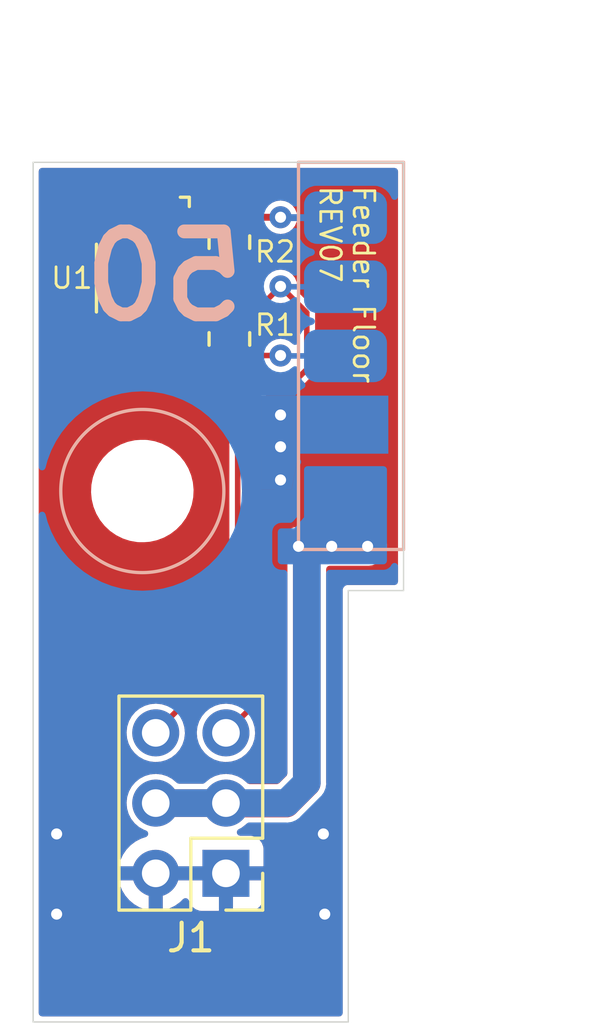
<source format=kicad_pcb>
(kicad_pcb (version 20211014) (generator pcbnew)
  (layers (0 "F.Cu" signal) (31 "B.Cu" signal) (34 "B.Paste" user) (35 "F.Paste" user) (36 "B.SilkS" user "B.Silkscreen") (37 "F.SilkS" user "F.Silkscreen") (38 "B.Mask" user) (39 "F.Mask" user) (44 "Edge.Cuts" user))
  (net 0 "")
  (net 1 "GND")
  (net 2 "1WIRE")
  (net 3 "VIN")
  (net 4 "RS-485+")
  (net 5 "RS-485-")
  (footprint "Connector_PinHeader_2.54mm:PinHeader_2x03_P2.54mm_Vertical" (layer "F.Cu") (at 28.225 50.825 180)
    (fp_text reference "J1" (at 1.27 -2.33 180) (layer "F.SilkS"))
    (fp_text value "IDC")
    (fp_line (start -1.33 0) (end -1.33 -1.33) (layer "F.SilkS") (width 0.12))
    (fp_line (start 1.27 -1.33) (end 3.87 -1.33) (layer "F.SilkS") (width 0.12))
    (fp_line (start 1.27 1.27) (end 1.27 -1.33) (layer "F.SilkS") (width 0.12))
    (fp_line (start -1.33 1.27) (end 1.27 1.27) (layer "F.SilkS") (width 0.12))
    (fp_line (start -1.33 6.41) (end 3.87 6.41) (layer "F.SilkS") (width 0.12))
    (fp_line (start -1.33 1.27) (end -1.33 6.41) (layer "F.SilkS") (width 0.12))
    (fp_line (start -1.33 -1.33) (end 0 -1.33) (layer "F.SilkS") (width 0.12))
    (fp_line (start 3.87 -1.33) (end 3.87 6.41) (layer "F.SilkS") (width 0.12))
    (pad "1" thru_hole rect (at 0 0 180) (size 1.7 1.7) (drill 1) (layers *.Cu *.Mask) (net 1 "GND"))
    (pad "2" thru_hole oval (at 2.54 0 180) (size 1.7 1.7) (drill 1) (layers *.Cu *.Mask) (net 1 "GND"))
    (pad "3" thru_hole oval (at 0 2.54 180) (size 1.7 1.7) (drill 1) (layers *.Cu *.Mask) (net 3 "VIN"))
    (pad "4" thru_hole oval (at 2.54 2.54 180) (size 1.7 1.7) (drill 1) (layers *.Cu *.Mask) (net 3 "VIN"))
    (pad "5" thru_hole oval (at 0 5.08 180) (size 1.7 1.7) (drill 1) (layers *.Cu *.Mask) (net 4 "RS-485+"))
    (pad "6" thru_hole oval (at 2.54 5.08 180) (size 1.7 1.7) (drill 1) (layers *.Cu *.Mask) (net 5 "RS-485-"))
  )
  (footprint "MountingHole:MountingHole_3.2mm_M3" (layer "F.Cu") (at 25.2 37)
    (fp_text reference "H1" hide)
    (fp_text value "MountingHole")
    (pad "" np_thru_hole circle (at 0 0) (size 3.2 3.2) (drill 3.2) (layers *.Cu *.Mask))
  )
  (footprint "feeder:DS28E07_MULTI" (layer "F.Cu") (at 25.15 29.3 -90)
    (fp_text reference "U1" (at 0 2.5 180) (layer "F.SilkS") (effects (font (size 0.75 0.75) (thickness 0.1))))
    (fp_text value "DS28E07")
    (fp_line (start -1.15 -0.9) (end -0.75 -0.5) (layer "F.Cu") (width 0.2))
    (fp_line (start -0.75 0.45) (end -1.15 0.9) (layer "F.Cu") (width 0.2))
    (fp_line (start -0.75 -0.5) (end -0.75 0.45) (layer "F.Cu") (width 0.2))
    (fp_line (start -1.225 1.61) (end 1.225 1.61) (layer "F.SilkS") (width 0.12))
    (fp_line (start -2.925 -1.75) (end -2.5875 -1.75) (layer "F.SilkS") (width 0.12))
    (fp_line (start -2.925 -1.425) (end -2.925 -1.75) (layer "F.SilkS") (width 0.12))
    (fp_line (start 0 -1.61) (end 1.225 -1.61) (layer "F.SilkS") (width 0.12))
    (pad "1" smd custom (at -1.45 -1 270) (size 0.8 0.4) (layers "F.Cu" "F.Paste" "F.Mask") (net 1 "GND") (options (clearance outline) (anchor rect)) (primitives (gr_poly (pts (xy 0.1 -0.125) (xy -1.2 -0.125) (xy -1.2 -0.475) (xy 0.1 -0.475)) (width 0.2) (fill yes))))
    (pad "2" smd custom (at -1.45 0 270) (size 0.8 0.4) (layers "F.Cu" "F.Paste" "F.Mask") (net 2 "1WIRE") (options (clearance outline) (anchor rect)) (primitives (gr_poly (pts (xy 0.1 0.2) (xy -1.2 0.2) (xy -1.2 -0.2) (xy 0.1 -0.2)) (width 0.2) (fill yes))))
    (pad "3" smd custom (at -1.45 1 270) (size 0.8 0.4) (layers "F.Cu" "F.Paste" "F.Mask") (options (clearance outline) (anchor rect)) (primitives (gr_poly (pts (xy 0.1 0.475) (xy -1.2 0.475) (xy -1.2 0.125) (xy 0.1 0.125)) (width 0.2) (fill yes))))
    (pad "4" smd custom (at 1.45 1 270) (size 0.8 0.4) (layers "F.Cu" "F.Paste" "F.Mask") (options (clearance outline) (anchor rect)) (primitives (gr_poly (pts (xy 1.2 0.475) (xy -0.1 0.475) (xy -0.1 0.125) (xy 1.2 0.125)) (width 0.2) (fill yes))))
    (pad "5" smd custom (at 1.45 0 270) (size 0.8 0.4) (layers "F.Cu" "F.Paste" "F.Mask") (options (clearance outline) (anchor rect)) (primitives (gr_poly (pts (xy 1.2 0.2) (xy -0.1 0.2) (xy -0.1 -0.2) (xy 1.2 -0.2)) (width 0.2) (fill yes))))
    (pad "6" smd custom (at 1.45 -1 270) (size 0.8 0.4) (layers "F.Cu" "F.Paste" "F.Mask") (options (clearance outline) (anchor rect)) (primitives (gr_poly (pts (xy 1.2 -0.125) (xy -0.1 -0.125) (xy -0.1 -0.475) (xy 1.2 -0.475)) (width 0.2) (fill yes))))
  )
  (footprint "Resistor_SMD:R_0805_2012Metric" (layer "F.Cu") (at 28.35 31.5 90)
    (fp_text reference "R1" (at 0.5 1.65 180) (layer "F.SilkS") (effects (font (size 0.75 0.75) (thickness 0.1))))
    (fp_text value "120R")
    (fp_line (start -0.227064 0.735) (end 0.227064 0.735) (layer "F.SilkS") (width 0.12))
    (fp_line (start -0.227064 -0.735) (end 0.227064 -0.735) (layer "F.SilkS") (width 0.12))
    (pad "1" smd roundrect (at -0.9125 0 90) (size 1.025 1.4) (layers "F.Cu" "F.Paste" "F.Mask") (roundrect_rratio 0.243902439) (net 5 "RS-485-"))
    (pad "2" smd roundrect (at 0.9125 0 90) (size 1.025 1.4) (layers "F.Cu" "F.Paste" "F.Mask") (roundrect_rratio 0.243902439) (net 4 "RS-485+"))
  )
  (footprint "Resistor_SMD:R_0805_2012Metric" (layer "F.Cu") (at 28.35 28 -90)
    (fp_text reference "R2" (at 0.35 -1.65) (layer "F.SilkS") (effects (font (size 0.75 0.75) (thickness 0.1))))
    (fp_text value "1M")
    (fp_line (start -0.227064 -0.735) (end 0.227064 -0.735) (layer "F.SilkS") (width 0.12))
    (fp_line (start -0.227064 0.735) (end 0.227064 0.735) (layer "F.SilkS") (width 0.12))
    (pad "1" smd roundrect (at -0.9125 0 270) (size 1.025 1.4) (layers "F.Cu" "F.Paste" "F.Mask") (roundrect_rratio 0.243902439) (net 2 "1WIRE"))
    (pad "2" smd roundrect (at 0.9125 0 270) (size 1.025 1.4) (layers "F.Cu" "F.Paste" "F.Mask") (roundrect_rratio 0.243902439) (net 1 "GND"))
  )
  (footprint "feeder:AVX-915-005-541-Contact-Surface" (layer "B.Cu") (at 32.550114 27.113687 -90)
    (fp_text reference "J2" hide)
    (fp_text value "Conn_01x05_Female")
    (fp_line (start -2 1.7) (end -2 -2.1) (layer "B.SilkS") (width 0.12))
    (fp_line (start 12 1.7) (end 12 -2.1) (layer "B.SilkS") (width 0.12))
    (fp_line (start -2 1.7) (end 12 1.7) (layer "B.SilkS") (width 0.12))
    (fp_line (start -2 -2.1) (end 12 -2.1) (layer "B.SilkS") (width 0.12))
    (pad "1" smd roundrect (at 0 0 270) (size 1.9 3) (layers "B.Cu" "B.Paste" "B.Mask") (net 2 "1WIRE"))
    (pad "2" smd roundrect (at 2.5 0 270) (size 1.9 3) (layers "B.Cu" "B.Paste" "B.Mask") (net 4 "RS-485+"))
    (pad "3" smd roundrect (at 5 0 270) (size 1.9 3) (layers "B.Cu" "B.Paste" "B.Mask") (net 5 "RS-485-"))
    (pad "4" smd roundrect (at 7.5 0 270) (size 1.9 3) (layers "B.Cu" "B.Paste" "B.Mask") (net 1 "GND"))
    (pad "5" smd roundrect (at 10 0 270) (size 1.9 3) (layers "B.Cu" "B.Paste" "B.Mask") (net 3 "VIN"))
  )
  (gr_circle (center 25.2 37) (end 22.25 37) (layer "B.SilkS") (width 0.12) (fill none))
  (gr_line (start 32.650114 40.6) (end 32.65 56.2) (layer "Edge.Cuts") (width 0.05))
  (gr_line (start 34.650114 25.113687) (end 34.650114 40.6) (layer "Edge.Cuts") (width 0.05))
  (gr_line (start 29.650114 25.113687) (end 21.250114 25.113687) (layer "Edge.Cuts") (width 0.05))
  (gr_line (start 32.650114 40.6) (end 34.650114 40.6) (layer "Edge.Cuts") (width 0.05))
  (gr_line (start 29.650114 25.113687) (end 34.650114 25.113687) (layer "Edge.Cuts") (width 0.05))
  (gr_line (start 21.25 56.2) (end 21.250114 25.113687) (layer "Edge.Cuts") (width 0.05))
  (gr_line (start 32.65 56.2) (end 21.25 56.2) (layer "Edge.Cuts") (width 0.05))
  (gr_text "50" (at 26 29.25) (layer "B.SilkS") (effects (font (size 3 3) (thickness 0.5)) (justify mirror)))
  (gr_text "Feeder Floor\nREV07" (at 32.6 25.9 270) (layer "F.SilkS") (effects (font (size 0.75 0.75) (thickness 0.1)) (justify left)))
  (segment (start 28.9875 28.9125) (end 29.6 28.3) (width 0.5) (layer "F.Cu") (net 1))
  (segment (start 26.975481 27.725481) (end 26.15 27.725481) (width 0.5) (layer "F.Cu") (net 1))
  (segment (start 28.35 28.9125) (end 28.9875 28.9125) (width 0.5) (layer "F.Cu") (net 1))
  (segment (start 30.7 34.25) (end 30.2 34.25) (width 0.5) (layer "F.Cu") (net 1))
  (segment (start 28.35 28.9125) (end 28.1625 28.9125) (width 0.5) (layer "F.Cu") (net 1))
  (segment (start 32.45 32.5) (end 30.7 34.25) (width 0.5) (layer "F.Cu") (net 1))
  (segment (start 28.1625 28.9125) (end 26.975481 27.725481) (width 0.5) (layer "F.Cu") (net 1))
  (segment (start 30.75 28.3) (end 32.45 30) (width 0.5) (layer "F.Cu") (net 1))
  (segment (start 32.45 30) (end 32.45 32.5) (width 0.5) (layer "F.Cu") (net 1))
  (segment (start 29.6 28.3) (end 30.75 28.3) (width 0.5) (layer "F.Cu") (net 1))
  (via (at 30.2 36.6) (size 0.8) (drill 0.4) (layers "F.Cu" "B.Cu") (net 1))
  (via (at 30.2 34.25) (size 0.8) (drill 0.4) (layers "F.Cu" "B.Cu") (net 1))
  (via (at 31.75 49.4) (size 0.8) (drill 0.4) (layers "F.Cu" "B.Cu") (net 1))
  (via (at 30.2 35.4) (size 0.8) (drill 0.4) (layers "F.Cu" "B.Cu") (net 1))
  (via (at 31.8 52.3) (size 0.8) (drill 0.4) (layers "F.Cu" "B.Cu") (net 1))
  (via (at 22.1 49.4) (size 0.8) (drill 0.4) (layers "F.Cu" "B.Cu") (net 1))
  (via (at 22.1 52.3) (size 0.8) (drill 0.4) (layers "F.Cu" "B.Cu") (net 1))
  (segment (start 25.15 27.85) (end 25.15 26.85) (width 0.25) (layer "F.Cu") (net 2))
  (segment (start 30.2 27.1) (end 28.3625 27.1) (width 0.25) (layer "F.Cu") (net 2))
  (segment (start 27.3625 26.1) (end 28.35 27.0875) (width 0.25) (layer "F.Cu") (net 2))
  (segment (start 25.9 26.1) (end 27.3625 26.1) (width 0.25) (layer "F.Cu") (net 2))
  (segment (start 28.3625 27.1) (end 28.35 27.0875) (width 0.25) (layer "F.Cu") (net 2))
  (segment (start 25.15 26.85) (end 25.9 26.1) (width 0.25) (layer "F.Cu") (net 2))
  (via (at 30.2 27.1) (size 0.8) (drill 0.4) (layers "F.Cu" "B.Cu") (net 2))
  (segment (start 30.213687 27.113687) (end 32.550114 27.113687) (width 0.25) (layer "B.Cu") (net 2))
  (segment (start 30.2 27.1) (end 30.213687 27.113687) (width 0.25) (layer "B.Cu") (net 2))
  (segment (start 31.15 47.559022) (end 31.15 39.3) (width 1) (layer "F.Cu") (net 3))
  (segment (start 28.24 48.3) (end 30.409022 48.3) (width 1) (layer "F.Cu") (net 3))
  (segment (start 30.85 39) (end 32.05 39) (width 1) (layer "F.Cu") (net 3))
  (segment (start 28.225 48.285) (end 28.24 48.3) (width 1) (layer "F.Cu") (net 3))
  (segment (start 30.409022 48.3) (end 31.15 47.559022) (width 1) (layer "F.Cu") (net 3))
  (segment (start 31.15 39.3) (end 30.85 39) (width 1) (layer "F.Cu") (net 3))
  (segment (start 33.35 39) (end 30.85 39) (width 1) (layer "F.Cu") (net 3))
  (segment (start 28.225 48.285) (end 25.685 48.285) (width 1) (layer "F.Cu") (net 3))
  (via (at 30.85 39) (size 0.8) (drill 0.4) (layers "F.Cu" "B.Cu") (net 3))
  (via (at 33.35 39) (size 0.8) (drill 0.4) (layers "F.Cu" "B.Cu") (net 3))
  (via (at 32.05 39) (size 0.8) (drill 0.4) (layers "F.Cu" "B.Cu") (net 3))
  (segment (start 25.685 48.285) (end 28.225 48.285) (width 1) (layer "B.Cu") (net 3))
  (segment (start 31.15 47.55) (end 30.415 48.285) (width 1) (layer "B.Cu") (net 3))
  (segment (start 31.15 39) (end 31.15 47.55) (width 1) (layer "B.Cu") (net 3))
  (segment (start 30.415 48.285) (end 28.225 48.285) (width 1) (layer "B.Cu") (net 3))
  (segment (start 32.05 39) (end 31.15 39) (width 1) (layer "B.Cu") (net 3))
  (segment (start 30.65 33.1) (end 29.7 33.1) (width 0.2) (layer "F.Cu") (net 4))
  (segment (start 29.1 33.7) (end 29.1 44.87) (width 0.2) (layer "F.Cu") (net 4))
  (segment (start 31.15 30.55) (end 31.15 32.6) (width 0.2) (layer "F.Cu") (net 4))
  (segment (start 31.15 32.6) (end 30.65 33.1) (width 0.2) (layer "F.Cu") (net 4))
  (segment (start 29.2125 30.5875) (end 28.35 30.5875) (width 0.2) (layer "F.Cu") (net 4))
  (segment (start 29.1 44.87) (end 28.225 45.745) (width 0.2) (layer "F.Cu") (net 4))
  (segment (start 30.2 29.6) (end 31.15 30.55) (width 0.2) (layer "F.Cu") (net 4))
  (segment (start 29.7 33.1) (end 29.1 33.7) (width 0.2) (layer "F.Cu") (net 4))
  (segment (start 30.2 29.6) (end 29.2125 30.5875) (width 0.2) (layer "F.Cu") (net 4))
  (via (at 30.2 29.6) (size 0.8) (drill 0.4) (layers "F.Cu" "B.Cu") (net 4))
  (segment (start 30.213687 29.613687) (end 32.550114 29.613687) (width 0.2) (layer "B.Cu") (net 4))
  (segment (start 30.2 29.6) (end 30.213687 29.613687) (width 0.2) (layer "B.Cu") (net 4))
  (segment (start 25.685 45.715) (end 28.65 42.75) (width 0.2) (layer "F.Cu") (net 5))
  (segment (start 30.2 32.1) (end 28.6625 32.1) (width 0.2) (layer "F.Cu") (net 5))
  (segment (start 28.65 32.7125) (end 28.35 32.4125) (width 0.2) (layer "F.Cu") (net 5))
  (segment (start 25.685 45.745) (end 25.685 45.715) (width 0.2) (layer "F.Cu") (net 5))
  (segment (start 28.65 42.75) (end 28.65 32.7125) (width 0.2) (layer "F.Cu") (net 5))
  (segment (start 28.6625 32.1) (end 28.35 32.4125) (width 0.2) (layer "F.Cu") (net 5))
  (via (at 30.2 32.1) (size 0.8) (drill 0.4) (layers "F.Cu" "B.Cu") (net 5))
  (segment (start 30.2 32.1) (end 30.213687 32.113687) (width 0.2) (layer "B.Cu") (net 5))
  (segment (start 30.213687 32.113687) (end 32.550114 32.113687) (width 0.2) (layer "B.Cu") (net 5))
  (zone (net 1) (net_name "GND") (layers F&B.Cu) (connect_pads (clearance 0.2)) (min_thickness 0.254) (fill yes (thermal_gap 0.508) (thermal_bridge_width 0.508))
    (polygon (pts (xy 34.75 40.7) (xy 32.75 40.7) (xy 32.75 56.3) (xy 21.15 56.3) (xy 21.15 25) (xy 34.75 25)))
  )
  (zone (net 1) (net_name "GND") (layer "B.Cu") (priority 20) (connect_pads yes (clearance 0.2)) (min_thickness 0.254) (fill yes (thermal_gap 0.508) (thermal_bridge_width 0.508))
    (polygon (pts (xy 31.15 33.55) (xy 34.1 33.55) (xy 34.1 35.65) (xy 30.85 35.65) (xy 30.6 36.95) (xy 29.5 36.95) (xy 29.5 33.55) (xy 30.85 33.55)))
  )
  (zone (net 3) (net_name "VIN") (layer "B.Cu") (priority 20) (connect_pads yes (clearance 0.2)) (min_thickness 0.254) (fill yes (thermal_gap 0.508) (thermal_bridge_width 0.508))
    (polygon (pts (xy 34.05 39.65) (xy 30.1 39.65) (xy 30.1 38.35) (xy 30.7 38.35) (xy 31.05 37.95) (xy 31.05 36.1) (xy 34.05 36.1)))
  )
)
</source>
